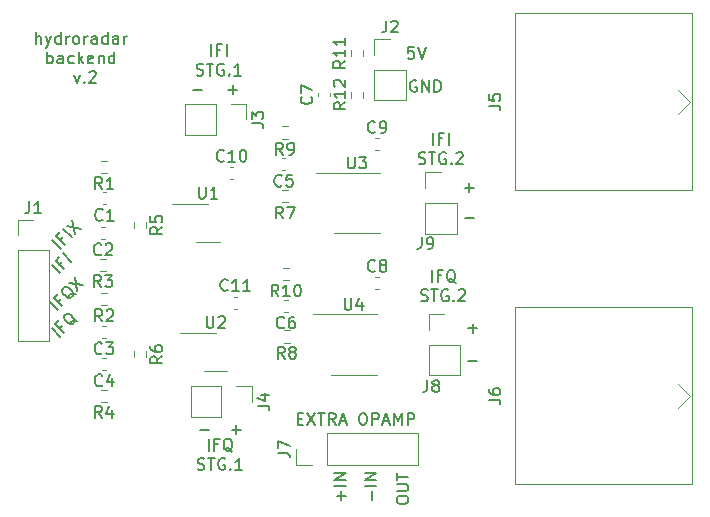
<source format=gbr>
%TF.GenerationSoftware,KiCad,Pcbnew,(5.1.12)-1*%
%TF.CreationDate,2021-12-10T12:11:04+01:00*%
%TF.ProjectId,standalone,7374616e-6461-46c6-9f6e-652e6b696361,rev?*%
%TF.SameCoordinates,Original*%
%TF.FileFunction,Legend,Top*%
%TF.FilePolarity,Positive*%
%FSLAX46Y46*%
G04 Gerber Fmt 4.6, Leading zero omitted, Abs format (unit mm)*
G04 Created by KiCad (PCBNEW (5.1.12)-1) date 2021-12-10 12:11:04*
%MOMM*%
%LPD*%
G01*
G04 APERTURE LIST*
%ADD10C,0.150000*%
%ADD11C,0.120000*%
G04 APERTURE END LIST*
D10*
X103833333Y-29802380D02*
X103833333Y-28802380D01*
X104261904Y-29802380D02*
X104261904Y-29278571D01*
X104214285Y-29183333D01*
X104119047Y-29135714D01*
X103976190Y-29135714D01*
X103880952Y-29183333D01*
X103833333Y-29230952D01*
X104642857Y-29135714D02*
X104880952Y-29802380D01*
X105119047Y-29135714D02*
X104880952Y-29802380D01*
X104785714Y-30040476D01*
X104738095Y-30088095D01*
X104642857Y-30135714D01*
X105928571Y-29802380D02*
X105928571Y-28802380D01*
X105928571Y-29754761D02*
X105833333Y-29802380D01*
X105642857Y-29802380D01*
X105547619Y-29754761D01*
X105500000Y-29707142D01*
X105452380Y-29611904D01*
X105452380Y-29326190D01*
X105500000Y-29230952D01*
X105547619Y-29183333D01*
X105642857Y-29135714D01*
X105833333Y-29135714D01*
X105928571Y-29183333D01*
X106404761Y-29802380D02*
X106404761Y-29135714D01*
X106404761Y-29326190D02*
X106452380Y-29230952D01*
X106500000Y-29183333D01*
X106595238Y-29135714D01*
X106690476Y-29135714D01*
X107166666Y-29802380D02*
X107071428Y-29754761D01*
X107023809Y-29707142D01*
X106976190Y-29611904D01*
X106976190Y-29326190D01*
X107023809Y-29230952D01*
X107071428Y-29183333D01*
X107166666Y-29135714D01*
X107309523Y-29135714D01*
X107404761Y-29183333D01*
X107452380Y-29230952D01*
X107500000Y-29326190D01*
X107500000Y-29611904D01*
X107452380Y-29707142D01*
X107404761Y-29754761D01*
X107309523Y-29802380D01*
X107166666Y-29802380D01*
X107928571Y-29802380D02*
X107928571Y-29135714D01*
X107928571Y-29326190D02*
X107976190Y-29230952D01*
X108023809Y-29183333D01*
X108119047Y-29135714D01*
X108214285Y-29135714D01*
X108976190Y-29802380D02*
X108976190Y-29278571D01*
X108928571Y-29183333D01*
X108833333Y-29135714D01*
X108642857Y-29135714D01*
X108547619Y-29183333D01*
X108976190Y-29754761D02*
X108880952Y-29802380D01*
X108642857Y-29802380D01*
X108547619Y-29754761D01*
X108500000Y-29659523D01*
X108500000Y-29564285D01*
X108547619Y-29469047D01*
X108642857Y-29421428D01*
X108880952Y-29421428D01*
X108976190Y-29373809D01*
X109880952Y-29802380D02*
X109880952Y-28802380D01*
X109880952Y-29754761D02*
X109785714Y-29802380D01*
X109595238Y-29802380D01*
X109500000Y-29754761D01*
X109452380Y-29707142D01*
X109404761Y-29611904D01*
X109404761Y-29326190D01*
X109452380Y-29230952D01*
X109500000Y-29183333D01*
X109595238Y-29135714D01*
X109785714Y-29135714D01*
X109880952Y-29183333D01*
X110785714Y-29802380D02*
X110785714Y-29278571D01*
X110738095Y-29183333D01*
X110642857Y-29135714D01*
X110452380Y-29135714D01*
X110357142Y-29183333D01*
X110785714Y-29754761D02*
X110690476Y-29802380D01*
X110452380Y-29802380D01*
X110357142Y-29754761D01*
X110309523Y-29659523D01*
X110309523Y-29564285D01*
X110357142Y-29469047D01*
X110452380Y-29421428D01*
X110690476Y-29421428D01*
X110785714Y-29373809D01*
X111261904Y-29802380D02*
X111261904Y-29135714D01*
X111261904Y-29326190D02*
X111309523Y-29230952D01*
X111357142Y-29183333D01*
X111452380Y-29135714D01*
X111547619Y-29135714D01*
X104785714Y-31452380D02*
X104785714Y-30452380D01*
X104785714Y-30833333D02*
X104880952Y-30785714D01*
X105071428Y-30785714D01*
X105166666Y-30833333D01*
X105214285Y-30880952D01*
X105261904Y-30976190D01*
X105261904Y-31261904D01*
X105214285Y-31357142D01*
X105166666Y-31404761D01*
X105071428Y-31452380D01*
X104880952Y-31452380D01*
X104785714Y-31404761D01*
X106119047Y-31452380D02*
X106119047Y-30928571D01*
X106071428Y-30833333D01*
X105976190Y-30785714D01*
X105785714Y-30785714D01*
X105690476Y-30833333D01*
X106119047Y-31404761D02*
X106023809Y-31452380D01*
X105785714Y-31452380D01*
X105690476Y-31404761D01*
X105642857Y-31309523D01*
X105642857Y-31214285D01*
X105690476Y-31119047D01*
X105785714Y-31071428D01*
X106023809Y-31071428D01*
X106119047Y-31023809D01*
X107023809Y-31404761D02*
X106928571Y-31452380D01*
X106738095Y-31452380D01*
X106642857Y-31404761D01*
X106595238Y-31357142D01*
X106547619Y-31261904D01*
X106547619Y-30976190D01*
X106595238Y-30880952D01*
X106642857Y-30833333D01*
X106738095Y-30785714D01*
X106928571Y-30785714D01*
X107023809Y-30833333D01*
X107452380Y-31452380D02*
X107452380Y-30452380D01*
X107547619Y-31071428D02*
X107833333Y-31452380D01*
X107833333Y-30785714D02*
X107452380Y-31166666D01*
X108642857Y-31404761D02*
X108547619Y-31452380D01*
X108357142Y-31452380D01*
X108261904Y-31404761D01*
X108214285Y-31309523D01*
X108214285Y-30928571D01*
X108261904Y-30833333D01*
X108357142Y-30785714D01*
X108547619Y-30785714D01*
X108642857Y-30833333D01*
X108690476Y-30928571D01*
X108690476Y-31023809D01*
X108214285Y-31119047D01*
X109119047Y-30785714D02*
X109119047Y-31452380D01*
X109119047Y-30880952D02*
X109166666Y-30833333D01*
X109261904Y-30785714D01*
X109404761Y-30785714D01*
X109500000Y-30833333D01*
X109547619Y-30928571D01*
X109547619Y-31452380D01*
X110452380Y-31452380D02*
X110452380Y-30452380D01*
X110452380Y-31404761D02*
X110357142Y-31452380D01*
X110166666Y-31452380D01*
X110071428Y-31404761D01*
X110023809Y-31357142D01*
X109976190Y-31261904D01*
X109976190Y-30976190D01*
X110023809Y-30880952D01*
X110071428Y-30833333D01*
X110166666Y-30785714D01*
X110357142Y-30785714D01*
X110452380Y-30833333D01*
X107047619Y-32435714D02*
X107285714Y-33102380D01*
X107523809Y-32435714D01*
X107904761Y-33007142D02*
X107952380Y-33054761D01*
X107904761Y-33102380D01*
X107857142Y-33054761D01*
X107904761Y-33007142D01*
X107904761Y-33102380D01*
X108333333Y-32197619D02*
X108380952Y-32150000D01*
X108476190Y-32102380D01*
X108714285Y-32102380D01*
X108809523Y-32150000D01*
X108857142Y-32197619D01*
X108904761Y-32292857D01*
X108904761Y-32388095D01*
X108857142Y-32530952D01*
X108285714Y-33102380D01*
X108904761Y-33102380D01*
X105846446Y-54593316D02*
X105139339Y-53886209D01*
X106048477Y-53650507D02*
X105812774Y-53886209D01*
X106183164Y-54256599D02*
X105476057Y-53549492D01*
X105812774Y-53212774D01*
X107328003Y-53246446D02*
X107226988Y-53280118D01*
X107092301Y-53280118D01*
X106890270Y-53280118D01*
X106789255Y-53313790D01*
X106721912Y-53381133D01*
X106923942Y-53515820D02*
X106822927Y-53549492D01*
X106688240Y-53549492D01*
X106519881Y-53448477D01*
X106284179Y-53212774D01*
X106183164Y-53044416D01*
X106183164Y-52909729D01*
X106216835Y-52808713D01*
X106351522Y-52674026D01*
X106452538Y-52640355D01*
X106587225Y-52640355D01*
X106755583Y-52741370D01*
X106991286Y-52977072D01*
X107092301Y-53145431D01*
X107092301Y-53280118D01*
X107058629Y-53381133D01*
X106923942Y-53515820D01*
X105709729Y-52330034D02*
X105002622Y-51622927D01*
X105911759Y-51387225D02*
X105676057Y-51622927D01*
X106046446Y-51993316D02*
X105339339Y-51286209D01*
X105676057Y-50949492D01*
X107191286Y-50983164D02*
X107090270Y-51016835D01*
X106955583Y-51016835D01*
X106753553Y-51016835D01*
X106652538Y-51050507D01*
X106585194Y-51117851D01*
X106787225Y-51252538D02*
X106686209Y-51286209D01*
X106551522Y-51286209D01*
X106383164Y-51185194D01*
X106147461Y-50949492D01*
X106046446Y-50781133D01*
X106046446Y-50646446D01*
X106080118Y-50545431D01*
X106214805Y-50410744D01*
X106315820Y-50377072D01*
X106450507Y-50377072D01*
X106618866Y-50478087D01*
X106854568Y-50713790D01*
X106955583Y-50882148D01*
X106955583Y-51016835D01*
X106921912Y-51117851D01*
X106787225Y-51252538D01*
X106618866Y-50006683D02*
X107797377Y-50242385D01*
X107090270Y-49535278D02*
X107325973Y-50713790D01*
X105848477Y-49191286D02*
X105141370Y-48484179D01*
X106050507Y-48248477D02*
X105814805Y-48484179D01*
X106185194Y-48854568D02*
X105478087Y-48147461D01*
X105814805Y-47810744D01*
X106791286Y-48248477D02*
X106084179Y-47541370D01*
X105911759Y-47128003D02*
X105204652Y-46420896D01*
X106113790Y-46185194D02*
X105878087Y-46420896D01*
X106248477Y-46791286D02*
X105541370Y-46084179D01*
X105878087Y-45747461D01*
X106854568Y-46185194D02*
X106147461Y-45478087D01*
X106416835Y-45208713D02*
X107595347Y-45444416D01*
X106888240Y-44737309D02*
X107123942Y-45915820D01*
X134352380Y-68500000D02*
X134352380Y-68309523D01*
X134400000Y-68214285D01*
X134495238Y-68119047D01*
X134685714Y-68071428D01*
X135019047Y-68071428D01*
X135209523Y-68119047D01*
X135304761Y-68214285D01*
X135352380Y-68309523D01*
X135352380Y-68500000D01*
X135304761Y-68595238D01*
X135209523Y-68690476D01*
X135019047Y-68738095D01*
X134685714Y-68738095D01*
X134495238Y-68690476D01*
X134400000Y-68595238D01*
X134352380Y-68500000D01*
X134352380Y-67642857D02*
X135161904Y-67642857D01*
X135257142Y-67595238D01*
X135304761Y-67547619D01*
X135352380Y-67452380D01*
X135352380Y-67261904D01*
X135304761Y-67166666D01*
X135257142Y-67119047D01*
X135161904Y-67071428D01*
X134352380Y-67071428D01*
X134352380Y-66738095D02*
X134352380Y-66166666D01*
X135352380Y-66452380D02*
X134352380Y-66452380D01*
X132271428Y-68442857D02*
X132271428Y-67680952D01*
X132652380Y-67204761D02*
X131652380Y-67204761D01*
X132652380Y-66728571D02*
X131652380Y-66728571D01*
X132652380Y-66157142D01*
X131652380Y-66157142D01*
X129671428Y-68442857D02*
X129671428Y-67680952D01*
X130052380Y-68061904D02*
X129290476Y-68061904D01*
X130052380Y-67204761D02*
X129052380Y-67204761D01*
X130052380Y-66728571D02*
X129052380Y-66728571D01*
X130052380Y-66157142D01*
X129052380Y-66157142D01*
X125995238Y-61528571D02*
X126328571Y-61528571D01*
X126471428Y-62052380D02*
X125995238Y-62052380D01*
X125995238Y-61052380D01*
X126471428Y-61052380D01*
X126804761Y-61052380D02*
X127471428Y-62052380D01*
X127471428Y-61052380D02*
X126804761Y-62052380D01*
X127709523Y-61052380D02*
X128280952Y-61052380D01*
X127995238Y-62052380D02*
X127995238Y-61052380D01*
X129185714Y-62052380D02*
X128852380Y-61576190D01*
X128614285Y-62052380D02*
X128614285Y-61052380D01*
X128995238Y-61052380D01*
X129090476Y-61100000D01*
X129138095Y-61147619D01*
X129185714Y-61242857D01*
X129185714Y-61385714D01*
X129138095Y-61480952D01*
X129090476Y-61528571D01*
X128995238Y-61576190D01*
X128614285Y-61576190D01*
X129566666Y-61766666D02*
X130042857Y-61766666D01*
X129471428Y-62052380D02*
X129804761Y-61052380D01*
X130138095Y-62052380D01*
X131423809Y-61052380D02*
X131614285Y-61052380D01*
X131709523Y-61100000D01*
X131804761Y-61195238D01*
X131852380Y-61385714D01*
X131852380Y-61719047D01*
X131804761Y-61909523D01*
X131709523Y-62004761D01*
X131614285Y-62052380D01*
X131423809Y-62052380D01*
X131328571Y-62004761D01*
X131233333Y-61909523D01*
X131185714Y-61719047D01*
X131185714Y-61385714D01*
X131233333Y-61195238D01*
X131328571Y-61100000D01*
X131423809Y-61052380D01*
X132280952Y-62052380D02*
X132280952Y-61052380D01*
X132661904Y-61052380D01*
X132757142Y-61100000D01*
X132804761Y-61147619D01*
X132852380Y-61242857D01*
X132852380Y-61385714D01*
X132804761Y-61480952D01*
X132757142Y-61528571D01*
X132661904Y-61576190D01*
X132280952Y-61576190D01*
X133233333Y-61766666D02*
X133709523Y-61766666D01*
X133138095Y-62052380D02*
X133471428Y-61052380D01*
X133804761Y-62052380D01*
X134138095Y-62052380D02*
X134138095Y-61052380D01*
X134471428Y-61766666D01*
X134804761Y-61052380D01*
X134804761Y-62052380D01*
X135280952Y-62052380D02*
X135280952Y-61052380D01*
X135661904Y-61052380D01*
X135757142Y-61100000D01*
X135804761Y-61147619D01*
X135852380Y-61242857D01*
X135852380Y-61385714D01*
X135804761Y-61480952D01*
X135757142Y-61528571D01*
X135661904Y-61576190D01*
X135280952Y-61576190D01*
X140119047Y-44571428D02*
X140880952Y-44571428D01*
X140119047Y-41971428D02*
X140880952Y-41971428D01*
X140500000Y-42352380D02*
X140500000Y-41590476D01*
X137433333Y-38327380D02*
X137433333Y-37327380D01*
X138242857Y-37803571D02*
X137909523Y-37803571D01*
X137909523Y-38327380D02*
X137909523Y-37327380D01*
X138385714Y-37327380D01*
X138766666Y-38327380D02*
X138766666Y-37327380D01*
X136219047Y-39929761D02*
X136361904Y-39977380D01*
X136600000Y-39977380D01*
X136695238Y-39929761D01*
X136742857Y-39882142D01*
X136790476Y-39786904D01*
X136790476Y-39691666D01*
X136742857Y-39596428D01*
X136695238Y-39548809D01*
X136600000Y-39501190D01*
X136409523Y-39453571D01*
X136314285Y-39405952D01*
X136266666Y-39358333D01*
X136219047Y-39263095D01*
X136219047Y-39167857D01*
X136266666Y-39072619D01*
X136314285Y-39025000D01*
X136409523Y-38977380D01*
X136647619Y-38977380D01*
X136790476Y-39025000D01*
X137076190Y-38977380D02*
X137647619Y-38977380D01*
X137361904Y-39977380D02*
X137361904Y-38977380D01*
X138504761Y-39025000D02*
X138409523Y-38977380D01*
X138266666Y-38977380D01*
X138123809Y-39025000D01*
X138028571Y-39120238D01*
X137980952Y-39215476D01*
X137933333Y-39405952D01*
X137933333Y-39548809D01*
X137980952Y-39739285D01*
X138028571Y-39834523D01*
X138123809Y-39929761D01*
X138266666Y-39977380D01*
X138361904Y-39977380D01*
X138504761Y-39929761D01*
X138552380Y-39882142D01*
X138552380Y-39548809D01*
X138361904Y-39548809D01*
X138980952Y-39882142D02*
X139028571Y-39929761D01*
X138980952Y-39977380D01*
X138933333Y-39929761D01*
X138980952Y-39882142D01*
X138980952Y-39977380D01*
X139409523Y-39072619D02*
X139457142Y-39025000D01*
X139552380Y-38977380D01*
X139790476Y-38977380D01*
X139885714Y-39025000D01*
X139933333Y-39072619D01*
X139980952Y-39167857D01*
X139980952Y-39263095D01*
X139933333Y-39405952D01*
X139361904Y-39977380D01*
X139980952Y-39977380D01*
X140419047Y-56671428D02*
X141180952Y-56671428D01*
X140419047Y-53871428D02*
X141180952Y-53871428D01*
X140800000Y-54252380D02*
X140800000Y-53490476D01*
X137347619Y-49927380D02*
X137347619Y-48927380D01*
X138157142Y-49403571D02*
X137823809Y-49403571D01*
X137823809Y-49927380D02*
X137823809Y-48927380D01*
X138300000Y-48927380D01*
X139347619Y-50022619D02*
X139252380Y-49975000D01*
X139157142Y-49879761D01*
X139014285Y-49736904D01*
X138919047Y-49689285D01*
X138823809Y-49689285D01*
X138871428Y-49927380D02*
X138776190Y-49879761D01*
X138680952Y-49784523D01*
X138633333Y-49594047D01*
X138633333Y-49260714D01*
X138680952Y-49070238D01*
X138776190Y-48975000D01*
X138871428Y-48927380D01*
X139061904Y-48927380D01*
X139157142Y-48975000D01*
X139252380Y-49070238D01*
X139300000Y-49260714D01*
X139300000Y-49594047D01*
X139252380Y-49784523D01*
X139157142Y-49879761D01*
X139061904Y-49927380D01*
X138871428Y-49927380D01*
X136419047Y-51529761D02*
X136561904Y-51577380D01*
X136800000Y-51577380D01*
X136895238Y-51529761D01*
X136942857Y-51482142D01*
X136990476Y-51386904D01*
X136990476Y-51291666D01*
X136942857Y-51196428D01*
X136895238Y-51148809D01*
X136800000Y-51101190D01*
X136609523Y-51053571D01*
X136514285Y-51005952D01*
X136466666Y-50958333D01*
X136419047Y-50863095D01*
X136419047Y-50767857D01*
X136466666Y-50672619D01*
X136514285Y-50625000D01*
X136609523Y-50577380D01*
X136847619Y-50577380D01*
X136990476Y-50625000D01*
X137276190Y-50577380D02*
X137847619Y-50577380D01*
X137561904Y-51577380D02*
X137561904Y-50577380D01*
X138704761Y-50625000D02*
X138609523Y-50577380D01*
X138466666Y-50577380D01*
X138323809Y-50625000D01*
X138228571Y-50720238D01*
X138180952Y-50815476D01*
X138133333Y-51005952D01*
X138133333Y-51148809D01*
X138180952Y-51339285D01*
X138228571Y-51434523D01*
X138323809Y-51529761D01*
X138466666Y-51577380D01*
X138561904Y-51577380D01*
X138704761Y-51529761D01*
X138752380Y-51482142D01*
X138752380Y-51148809D01*
X138561904Y-51148809D01*
X139180952Y-51482142D02*
X139228571Y-51529761D01*
X139180952Y-51577380D01*
X139133333Y-51529761D01*
X139180952Y-51482142D01*
X139180952Y-51577380D01*
X139609523Y-50672619D02*
X139657142Y-50625000D01*
X139752380Y-50577380D01*
X139990476Y-50577380D01*
X140085714Y-50625000D01*
X140133333Y-50672619D01*
X140180952Y-50767857D01*
X140180952Y-50863095D01*
X140133333Y-51005952D01*
X139561904Y-51577380D01*
X140180952Y-51577380D01*
X117719047Y-62471428D02*
X118480952Y-62471428D01*
X120419047Y-62471428D02*
X121180952Y-62471428D01*
X120800000Y-62852380D02*
X120800000Y-62090476D01*
X118447619Y-64227380D02*
X118447619Y-63227380D01*
X119257142Y-63703571D02*
X118923809Y-63703571D01*
X118923809Y-64227380D02*
X118923809Y-63227380D01*
X119400000Y-63227380D01*
X120447619Y-64322619D02*
X120352380Y-64275000D01*
X120257142Y-64179761D01*
X120114285Y-64036904D01*
X120019047Y-63989285D01*
X119923809Y-63989285D01*
X119971428Y-64227380D02*
X119876190Y-64179761D01*
X119780952Y-64084523D01*
X119733333Y-63894047D01*
X119733333Y-63560714D01*
X119780952Y-63370238D01*
X119876190Y-63275000D01*
X119971428Y-63227380D01*
X120161904Y-63227380D01*
X120257142Y-63275000D01*
X120352380Y-63370238D01*
X120400000Y-63560714D01*
X120400000Y-63894047D01*
X120352380Y-64084523D01*
X120257142Y-64179761D01*
X120161904Y-64227380D01*
X119971428Y-64227380D01*
X117519047Y-65829761D02*
X117661904Y-65877380D01*
X117900000Y-65877380D01*
X117995238Y-65829761D01*
X118042857Y-65782142D01*
X118090476Y-65686904D01*
X118090476Y-65591666D01*
X118042857Y-65496428D01*
X117995238Y-65448809D01*
X117900000Y-65401190D01*
X117709523Y-65353571D01*
X117614285Y-65305952D01*
X117566666Y-65258333D01*
X117519047Y-65163095D01*
X117519047Y-65067857D01*
X117566666Y-64972619D01*
X117614285Y-64925000D01*
X117709523Y-64877380D01*
X117947619Y-64877380D01*
X118090476Y-64925000D01*
X118376190Y-64877380D02*
X118947619Y-64877380D01*
X118661904Y-65877380D02*
X118661904Y-64877380D01*
X119804761Y-64925000D02*
X119709523Y-64877380D01*
X119566666Y-64877380D01*
X119423809Y-64925000D01*
X119328571Y-65020238D01*
X119280952Y-65115476D01*
X119233333Y-65305952D01*
X119233333Y-65448809D01*
X119280952Y-65639285D01*
X119328571Y-65734523D01*
X119423809Y-65829761D01*
X119566666Y-65877380D01*
X119661904Y-65877380D01*
X119804761Y-65829761D01*
X119852380Y-65782142D01*
X119852380Y-65448809D01*
X119661904Y-65448809D01*
X120280952Y-65782142D02*
X120328571Y-65829761D01*
X120280952Y-65877380D01*
X120233333Y-65829761D01*
X120280952Y-65782142D01*
X120280952Y-65877380D01*
X121280952Y-65877380D02*
X120709523Y-65877380D01*
X120995238Y-65877380D02*
X120995238Y-64877380D01*
X120900000Y-65020238D01*
X120804761Y-65115476D01*
X120709523Y-65163095D01*
X136038095Y-32900000D02*
X135942857Y-32852380D01*
X135800000Y-32852380D01*
X135657142Y-32900000D01*
X135561904Y-32995238D01*
X135514285Y-33090476D01*
X135466666Y-33280952D01*
X135466666Y-33423809D01*
X135514285Y-33614285D01*
X135561904Y-33709523D01*
X135657142Y-33804761D01*
X135800000Y-33852380D01*
X135895238Y-33852380D01*
X136038095Y-33804761D01*
X136085714Y-33757142D01*
X136085714Y-33423809D01*
X135895238Y-33423809D01*
X136514285Y-33852380D02*
X136514285Y-32852380D01*
X137085714Y-33852380D01*
X137085714Y-32852380D01*
X137561904Y-33852380D02*
X137561904Y-32852380D01*
X137800000Y-32852380D01*
X137942857Y-32900000D01*
X138038095Y-32995238D01*
X138085714Y-33090476D01*
X138133333Y-33280952D01*
X138133333Y-33423809D01*
X138085714Y-33614285D01*
X138038095Y-33709523D01*
X137942857Y-33804761D01*
X137800000Y-33852380D01*
X137561904Y-33852380D01*
X117119047Y-33671428D02*
X117880952Y-33671428D01*
X120119047Y-33671428D02*
X120880952Y-33671428D01*
X120500000Y-34052380D02*
X120500000Y-33290476D01*
X118633333Y-30827380D02*
X118633333Y-29827380D01*
X119442857Y-30303571D02*
X119109523Y-30303571D01*
X119109523Y-30827380D02*
X119109523Y-29827380D01*
X119585714Y-29827380D01*
X119966666Y-30827380D02*
X119966666Y-29827380D01*
X117419047Y-32429761D02*
X117561904Y-32477380D01*
X117800000Y-32477380D01*
X117895238Y-32429761D01*
X117942857Y-32382142D01*
X117990476Y-32286904D01*
X117990476Y-32191666D01*
X117942857Y-32096428D01*
X117895238Y-32048809D01*
X117800000Y-32001190D01*
X117609523Y-31953571D01*
X117514285Y-31905952D01*
X117466666Y-31858333D01*
X117419047Y-31763095D01*
X117419047Y-31667857D01*
X117466666Y-31572619D01*
X117514285Y-31525000D01*
X117609523Y-31477380D01*
X117847619Y-31477380D01*
X117990476Y-31525000D01*
X118276190Y-31477380D02*
X118847619Y-31477380D01*
X118561904Y-32477380D02*
X118561904Y-31477380D01*
X119704761Y-31525000D02*
X119609523Y-31477380D01*
X119466666Y-31477380D01*
X119323809Y-31525000D01*
X119228571Y-31620238D01*
X119180952Y-31715476D01*
X119133333Y-31905952D01*
X119133333Y-32048809D01*
X119180952Y-32239285D01*
X119228571Y-32334523D01*
X119323809Y-32429761D01*
X119466666Y-32477380D01*
X119561904Y-32477380D01*
X119704761Y-32429761D01*
X119752380Y-32382142D01*
X119752380Y-32048809D01*
X119561904Y-32048809D01*
X120180952Y-32382142D02*
X120228571Y-32429761D01*
X120180952Y-32477380D01*
X120133333Y-32429761D01*
X120180952Y-32382142D01*
X120180952Y-32477380D01*
X121180952Y-32477380D02*
X120609523Y-32477380D01*
X120895238Y-32477380D02*
X120895238Y-31477380D01*
X120800000Y-31620238D01*
X120704761Y-31715476D01*
X120609523Y-31763095D01*
X135809523Y-30052380D02*
X135333333Y-30052380D01*
X135285714Y-30528571D01*
X135333333Y-30480952D01*
X135428571Y-30433333D01*
X135666666Y-30433333D01*
X135761904Y-30480952D01*
X135809523Y-30528571D01*
X135857142Y-30623809D01*
X135857142Y-30861904D01*
X135809523Y-30957142D01*
X135761904Y-31004761D01*
X135666666Y-31052380D01*
X135428571Y-31052380D01*
X135333333Y-31004761D01*
X135285714Y-30957142D01*
X136142857Y-30052380D02*
X136476190Y-31052380D01*
X136809523Y-30052380D01*
D11*
%TO.C,J7*%
X125870000Y-65430000D02*
X125870000Y-64100000D01*
X127200000Y-65430000D02*
X125870000Y-65430000D01*
X128470000Y-65430000D02*
X128470000Y-62770000D01*
X128470000Y-62770000D02*
X136150000Y-62770000D01*
X128470000Y-65430000D02*
X136150000Y-65430000D01*
X136150000Y-65430000D02*
X136150000Y-62770000D01*
%TO.C,C11*%
X120553733Y-52210000D02*
X120846267Y-52210000D01*
X120553733Y-51190000D02*
X120846267Y-51190000D01*
%TO.C,C10*%
X120236533Y-41258200D02*
X120529067Y-41258200D01*
X120236533Y-40238200D02*
X120529067Y-40238200D01*
%TO.C,C9*%
X132553733Y-38810000D02*
X132846267Y-38810000D01*
X132553733Y-37790000D02*
X132846267Y-37790000D01*
%TO.C,C8*%
X132549133Y-50572800D02*
X132841667Y-50572800D01*
X132549133Y-49552800D02*
X132841667Y-49552800D01*
%TO.C,U4*%
X130714200Y-57829800D02*
X132664200Y-57829800D01*
X130714200Y-57829800D02*
X128764200Y-57829800D01*
X130714200Y-52709800D02*
X132664200Y-52709800D01*
X130714200Y-52709800D02*
X127264200Y-52709800D01*
%TO.C,U3*%
X130993600Y-45841000D02*
X132943600Y-45841000D01*
X130993600Y-45841000D02*
X129043600Y-45841000D01*
X130993600Y-40721000D02*
X132943600Y-40721000D01*
X130993600Y-40721000D02*
X127543600Y-40721000D01*
%TO.C,U2*%
X120030200Y-57524800D02*
X118030200Y-57524800D01*
X119030200Y-54284800D02*
X116030200Y-54284800D01*
%TO.C,U1*%
X119376200Y-46559200D02*
X117376200Y-46559200D01*
X118376200Y-43319200D02*
X115376200Y-43319200D01*
%TO.C,R12*%
X130477500Y-34354724D02*
X130477500Y-33845276D01*
X131522500Y-34354724D02*
X131522500Y-33845276D01*
%TO.C,R11*%
X130467300Y-30841324D02*
X130467300Y-30331876D01*
X131512300Y-30841324D02*
X131512300Y-30331876D01*
%TO.C,R10*%
X125254724Y-49822500D02*
X124745276Y-49822500D01*
X125254724Y-48777500D02*
X124745276Y-48777500D01*
%TO.C,R9*%
X125154724Y-37822500D02*
X124645276Y-37822500D01*
X125154724Y-36777500D02*
X124645276Y-36777500D01*
%TO.C,R8*%
X125296724Y-55085700D02*
X124787276Y-55085700D01*
X125296724Y-54040700D02*
X124787276Y-54040700D01*
%TO.C,R7*%
X125154724Y-43222500D02*
X124645276Y-43222500D01*
X125154724Y-42177500D02*
X124645276Y-42177500D01*
%TO.C,R6*%
X113151900Y-55827876D02*
X113151900Y-56337324D01*
X112106900Y-55827876D02*
X112106900Y-56337324D01*
%TO.C,R5*%
X113158300Y-44862276D02*
X113158300Y-45371724D01*
X112113300Y-44862276D02*
X112113300Y-45371724D01*
%TO.C,R4*%
X109818524Y-60110900D02*
X109309076Y-60110900D01*
X109818524Y-59065900D02*
X109309076Y-59065900D01*
%TO.C,R3*%
X109754724Y-49022500D02*
X109245276Y-49022500D01*
X109754724Y-47977500D02*
X109245276Y-47977500D01*
%TO.C,R2*%
X109854724Y-51922500D02*
X109345276Y-51922500D01*
X109854724Y-50877500D02*
X109345276Y-50877500D01*
%TO.C,R1*%
X109854724Y-40722500D02*
X109345276Y-40722500D01*
X109854724Y-39677500D02*
X109345276Y-39677500D01*
%TO.C,J9*%
X136770000Y-45870000D02*
X139430000Y-45870000D01*
X136770000Y-43270000D02*
X136770000Y-45870000D01*
X139430000Y-43270000D02*
X139430000Y-45870000D01*
X136770000Y-43270000D02*
X139430000Y-43270000D01*
X136770000Y-42000000D02*
X136770000Y-40670000D01*
X136770000Y-40670000D02*
X138100000Y-40670000D01*
%TO.C,J8*%
X137070000Y-57870000D02*
X139730000Y-57870000D01*
X137070000Y-55270000D02*
X137070000Y-57870000D01*
X139730000Y-55270000D02*
X139730000Y-57870000D01*
X137070000Y-55270000D02*
X139730000Y-55270000D01*
X137070000Y-54000000D02*
X137070000Y-52670000D01*
X137070000Y-52670000D02*
X138400000Y-52670000D01*
%TO.C,J6*%
X159400000Y-52100000D02*
X159400000Y-67100000D01*
X159400000Y-67100000D02*
X144400000Y-67100000D01*
X144400000Y-67100000D02*
X144400000Y-52100000D01*
X144400000Y-52100000D02*
X159400000Y-52100000D01*
X159200000Y-59600000D02*
X158200000Y-58600000D01*
X159200000Y-59600000D02*
X158200000Y-60600000D01*
%TO.C,J5*%
X159400000Y-27200000D02*
X159400000Y-42200000D01*
X159400000Y-42200000D02*
X144400000Y-42200000D01*
X144400000Y-42200000D02*
X144400000Y-27200000D01*
X144400000Y-27200000D02*
X159400000Y-27200000D01*
X159200000Y-34700000D02*
X158200000Y-33700000D01*
X159200000Y-34700000D02*
X158200000Y-35700000D01*
%TO.C,J4*%
X116930000Y-58770000D02*
X116930000Y-61430000D01*
X119530000Y-58770000D02*
X116930000Y-58770000D01*
X119530000Y-61430000D02*
X116930000Y-61430000D01*
X119530000Y-58770000D02*
X119530000Y-61430000D01*
X120800000Y-58770000D02*
X122130000Y-58770000D01*
X122130000Y-58770000D02*
X122130000Y-60100000D01*
%TO.C,J3*%
X116430000Y-34870000D02*
X116430000Y-37530000D01*
X119030000Y-34870000D02*
X116430000Y-34870000D01*
X119030000Y-37530000D02*
X116430000Y-37530000D01*
X119030000Y-34870000D02*
X119030000Y-37530000D01*
X120300000Y-34870000D02*
X121630000Y-34870000D01*
X121630000Y-34870000D02*
X121630000Y-36200000D01*
%TO.C,J2*%
X132470000Y-34570000D02*
X135130000Y-34570000D01*
X132470000Y-31970000D02*
X132470000Y-34570000D01*
X135130000Y-31970000D02*
X135130000Y-34570000D01*
X132470000Y-31970000D02*
X135130000Y-31970000D01*
X132470000Y-30700000D02*
X132470000Y-29370000D01*
X132470000Y-29370000D02*
X133800000Y-29370000D01*
%TO.C,J1*%
X102270000Y-54950000D02*
X104930000Y-54950000D01*
X102270000Y-47270000D02*
X102270000Y-54950000D01*
X104930000Y-47270000D02*
X104930000Y-54950000D01*
X102270000Y-47270000D02*
X104930000Y-47270000D01*
X102270000Y-46000000D02*
X102270000Y-44670000D01*
X102270000Y-44670000D02*
X103600000Y-44670000D01*
%TO.C,C7*%
X127690000Y-34246267D02*
X127690000Y-33953733D01*
X128710000Y-34246267D02*
X128710000Y-33953733D01*
%TO.C,C6*%
X125146267Y-52510000D02*
X124853733Y-52510000D01*
X125146267Y-51490000D02*
X124853733Y-51490000D01*
%TO.C,C5*%
X124946267Y-40510000D02*
X124653733Y-40510000D01*
X124946267Y-39490000D02*
X124653733Y-39490000D01*
%TO.C,C4*%
X109746267Y-57410000D02*
X109453733Y-57410000D01*
X109746267Y-56390000D02*
X109453733Y-56390000D01*
%TO.C,C3*%
X109731867Y-54702400D02*
X109439333Y-54702400D01*
X109731867Y-53682400D02*
X109439333Y-53682400D01*
%TO.C,C2*%
X109650667Y-46322600D02*
X109358133Y-46322600D01*
X109650667Y-45302600D02*
X109358133Y-45302600D01*
%TO.C,C1*%
X109774467Y-43396600D02*
X109481933Y-43396600D01*
X109774467Y-42376600D02*
X109481933Y-42376600D01*
%TO.C,J7*%
D10*
X124322380Y-64433333D02*
X125036666Y-64433333D01*
X125179523Y-64480952D01*
X125274761Y-64576190D01*
X125322380Y-64719047D01*
X125322380Y-64814285D01*
X124322380Y-64052380D02*
X124322380Y-63385714D01*
X125322380Y-63814285D01*
%TO.C,C11*%
X120057142Y-50627142D02*
X120009523Y-50674761D01*
X119866666Y-50722380D01*
X119771428Y-50722380D01*
X119628571Y-50674761D01*
X119533333Y-50579523D01*
X119485714Y-50484285D01*
X119438095Y-50293809D01*
X119438095Y-50150952D01*
X119485714Y-49960476D01*
X119533333Y-49865238D01*
X119628571Y-49770000D01*
X119771428Y-49722380D01*
X119866666Y-49722380D01*
X120009523Y-49770000D01*
X120057142Y-49817619D01*
X121009523Y-50722380D02*
X120438095Y-50722380D01*
X120723809Y-50722380D02*
X120723809Y-49722380D01*
X120628571Y-49865238D01*
X120533333Y-49960476D01*
X120438095Y-50008095D01*
X121961904Y-50722380D02*
X121390476Y-50722380D01*
X121676190Y-50722380D02*
X121676190Y-49722380D01*
X121580952Y-49865238D01*
X121485714Y-49960476D01*
X121390476Y-50008095D01*
%TO.C,C10*%
X119739942Y-39675342D02*
X119692323Y-39722961D01*
X119549466Y-39770580D01*
X119454228Y-39770580D01*
X119311371Y-39722961D01*
X119216133Y-39627723D01*
X119168514Y-39532485D01*
X119120895Y-39342009D01*
X119120895Y-39199152D01*
X119168514Y-39008676D01*
X119216133Y-38913438D01*
X119311371Y-38818200D01*
X119454228Y-38770580D01*
X119549466Y-38770580D01*
X119692323Y-38818200D01*
X119739942Y-38865819D01*
X120692323Y-39770580D02*
X120120895Y-39770580D01*
X120406609Y-39770580D02*
X120406609Y-38770580D01*
X120311371Y-38913438D01*
X120216133Y-39008676D01*
X120120895Y-39056295D01*
X121311371Y-38770580D02*
X121406609Y-38770580D01*
X121501847Y-38818200D01*
X121549466Y-38865819D01*
X121597085Y-38961057D01*
X121644704Y-39151533D01*
X121644704Y-39389628D01*
X121597085Y-39580104D01*
X121549466Y-39675342D01*
X121501847Y-39722961D01*
X121406609Y-39770580D01*
X121311371Y-39770580D01*
X121216133Y-39722961D01*
X121168514Y-39675342D01*
X121120895Y-39580104D01*
X121073276Y-39389628D01*
X121073276Y-39151533D01*
X121120895Y-38961057D01*
X121168514Y-38865819D01*
X121216133Y-38818200D01*
X121311371Y-38770580D01*
%TO.C,C9*%
X132533333Y-37227142D02*
X132485714Y-37274761D01*
X132342857Y-37322380D01*
X132247619Y-37322380D01*
X132104761Y-37274761D01*
X132009523Y-37179523D01*
X131961904Y-37084285D01*
X131914285Y-36893809D01*
X131914285Y-36750952D01*
X131961904Y-36560476D01*
X132009523Y-36465238D01*
X132104761Y-36370000D01*
X132247619Y-36322380D01*
X132342857Y-36322380D01*
X132485714Y-36370000D01*
X132533333Y-36417619D01*
X133009523Y-37322380D02*
X133200000Y-37322380D01*
X133295238Y-37274761D01*
X133342857Y-37227142D01*
X133438095Y-37084285D01*
X133485714Y-36893809D01*
X133485714Y-36512857D01*
X133438095Y-36417619D01*
X133390476Y-36370000D01*
X133295238Y-36322380D01*
X133104761Y-36322380D01*
X133009523Y-36370000D01*
X132961904Y-36417619D01*
X132914285Y-36512857D01*
X132914285Y-36750952D01*
X132961904Y-36846190D01*
X133009523Y-36893809D01*
X133104761Y-36941428D01*
X133295238Y-36941428D01*
X133390476Y-36893809D01*
X133438095Y-36846190D01*
X133485714Y-36750952D01*
%TO.C,C8*%
X132528733Y-48989942D02*
X132481114Y-49037561D01*
X132338257Y-49085180D01*
X132243019Y-49085180D01*
X132100161Y-49037561D01*
X132004923Y-48942323D01*
X131957304Y-48847085D01*
X131909685Y-48656609D01*
X131909685Y-48513752D01*
X131957304Y-48323276D01*
X132004923Y-48228038D01*
X132100161Y-48132800D01*
X132243019Y-48085180D01*
X132338257Y-48085180D01*
X132481114Y-48132800D01*
X132528733Y-48180419D01*
X133100161Y-48513752D02*
X133004923Y-48466133D01*
X132957304Y-48418514D01*
X132909685Y-48323276D01*
X132909685Y-48275657D01*
X132957304Y-48180419D01*
X133004923Y-48132800D01*
X133100161Y-48085180D01*
X133290638Y-48085180D01*
X133385876Y-48132800D01*
X133433495Y-48180419D01*
X133481114Y-48275657D01*
X133481114Y-48323276D01*
X133433495Y-48418514D01*
X133385876Y-48466133D01*
X133290638Y-48513752D01*
X133100161Y-48513752D01*
X133004923Y-48561371D01*
X132957304Y-48608990D01*
X132909685Y-48704228D01*
X132909685Y-48894704D01*
X132957304Y-48989942D01*
X133004923Y-49037561D01*
X133100161Y-49085180D01*
X133290638Y-49085180D01*
X133385876Y-49037561D01*
X133433495Y-48989942D01*
X133481114Y-48894704D01*
X133481114Y-48704228D01*
X133433495Y-48608990D01*
X133385876Y-48561371D01*
X133290638Y-48513752D01*
%TO.C,U4*%
X129952295Y-51322180D02*
X129952295Y-52131704D01*
X129999914Y-52226942D01*
X130047533Y-52274561D01*
X130142771Y-52322180D01*
X130333247Y-52322180D01*
X130428485Y-52274561D01*
X130476104Y-52226942D01*
X130523723Y-52131704D01*
X130523723Y-51322180D01*
X131428485Y-51655514D02*
X131428485Y-52322180D01*
X131190390Y-51274561D02*
X130952295Y-51988847D01*
X131571342Y-51988847D01*
%TO.C,U3*%
X130231695Y-39333380D02*
X130231695Y-40142904D01*
X130279314Y-40238142D01*
X130326933Y-40285761D01*
X130422171Y-40333380D01*
X130612647Y-40333380D01*
X130707885Y-40285761D01*
X130755504Y-40238142D01*
X130803123Y-40142904D01*
X130803123Y-39333380D01*
X131184076Y-39333380D02*
X131803123Y-39333380D01*
X131469790Y-39714333D01*
X131612647Y-39714333D01*
X131707885Y-39761952D01*
X131755504Y-39809571D01*
X131803123Y-39904809D01*
X131803123Y-40142904D01*
X131755504Y-40238142D01*
X131707885Y-40285761D01*
X131612647Y-40333380D01*
X131326933Y-40333380D01*
X131231695Y-40285761D01*
X131184076Y-40238142D01*
%TO.C,U2*%
X118268295Y-52857180D02*
X118268295Y-53666704D01*
X118315914Y-53761942D01*
X118363533Y-53809561D01*
X118458771Y-53857180D01*
X118649247Y-53857180D01*
X118744485Y-53809561D01*
X118792104Y-53761942D01*
X118839723Y-53666704D01*
X118839723Y-52857180D01*
X119268295Y-52952419D02*
X119315914Y-52904800D01*
X119411152Y-52857180D01*
X119649247Y-52857180D01*
X119744485Y-52904800D01*
X119792104Y-52952419D01*
X119839723Y-53047657D01*
X119839723Y-53142895D01*
X119792104Y-53285752D01*
X119220676Y-53857180D01*
X119839723Y-53857180D01*
%TO.C,U1*%
X117614295Y-41891580D02*
X117614295Y-42701104D01*
X117661914Y-42796342D01*
X117709533Y-42843961D01*
X117804771Y-42891580D01*
X117995247Y-42891580D01*
X118090485Y-42843961D01*
X118138104Y-42796342D01*
X118185723Y-42701104D01*
X118185723Y-41891580D01*
X119185723Y-42891580D02*
X118614295Y-42891580D01*
X118900009Y-42891580D02*
X118900009Y-41891580D01*
X118804771Y-42034438D01*
X118709533Y-42129676D01*
X118614295Y-42177295D01*
%TO.C,R12*%
X130022380Y-34742857D02*
X129546190Y-35076190D01*
X130022380Y-35314285D02*
X129022380Y-35314285D01*
X129022380Y-34933333D01*
X129070000Y-34838095D01*
X129117619Y-34790476D01*
X129212857Y-34742857D01*
X129355714Y-34742857D01*
X129450952Y-34790476D01*
X129498571Y-34838095D01*
X129546190Y-34933333D01*
X129546190Y-35314285D01*
X130022380Y-33790476D02*
X130022380Y-34361904D01*
X130022380Y-34076190D02*
X129022380Y-34076190D01*
X129165238Y-34171428D01*
X129260476Y-34266666D01*
X129308095Y-34361904D01*
X129117619Y-33409523D02*
X129070000Y-33361904D01*
X129022380Y-33266666D01*
X129022380Y-33028571D01*
X129070000Y-32933333D01*
X129117619Y-32885714D01*
X129212857Y-32838095D01*
X129308095Y-32838095D01*
X129450952Y-32885714D01*
X130022380Y-33457142D01*
X130022380Y-32838095D01*
%TO.C,R11*%
X130012180Y-31229457D02*
X129535990Y-31562790D01*
X130012180Y-31800885D02*
X129012180Y-31800885D01*
X129012180Y-31419933D01*
X129059800Y-31324695D01*
X129107419Y-31277076D01*
X129202657Y-31229457D01*
X129345514Y-31229457D01*
X129440752Y-31277076D01*
X129488371Y-31324695D01*
X129535990Y-31419933D01*
X129535990Y-31800885D01*
X130012180Y-30277076D02*
X130012180Y-30848504D01*
X130012180Y-30562790D02*
X129012180Y-30562790D01*
X129155038Y-30658028D01*
X129250276Y-30753266D01*
X129297895Y-30848504D01*
X130012180Y-29324695D02*
X130012180Y-29896123D01*
X130012180Y-29610409D02*
X129012180Y-29610409D01*
X129155038Y-29705647D01*
X129250276Y-29800885D01*
X129297895Y-29896123D01*
%TO.C,R10*%
X124357142Y-51182380D02*
X124023809Y-50706190D01*
X123785714Y-51182380D02*
X123785714Y-50182380D01*
X124166666Y-50182380D01*
X124261904Y-50230000D01*
X124309523Y-50277619D01*
X124357142Y-50372857D01*
X124357142Y-50515714D01*
X124309523Y-50610952D01*
X124261904Y-50658571D01*
X124166666Y-50706190D01*
X123785714Y-50706190D01*
X125309523Y-51182380D02*
X124738095Y-51182380D01*
X125023809Y-51182380D02*
X125023809Y-50182380D01*
X124928571Y-50325238D01*
X124833333Y-50420476D01*
X124738095Y-50468095D01*
X125928571Y-50182380D02*
X126023809Y-50182380D01*
X126119047Y-50230000D01*
X126166666Y-50277619D01*
X126214285Y-50372857D01*
X126261904Y-50563333D01*
X126261904Y-50801428D01*
X126214285Y-50991904D01*
X126166666Y-51087142D01*
X126119047Y-51134761D01*
X126023809Y-51182380D01*
X125928571Y-51182380D01*
X125833333Y-51134761D01*
X125785714Y-51087142D01*
X125738095Y-50991904D01*
X125690476Y-50801428D01*
X125690476Y-50563333D01*
X125738095Y-50372857D01*
X125785714Y-50277619D01*
X125833333Y-50230000D01*
X125928571Y-50182380D01*
%TO.C,R9*%
X124733333Y-39182380D02*
X124400000Y-38706190D01*
X124161904Y-39182380D02*
X124161904Y-38182380D01*
X124542857Y-38182380D01*
X124638095Y-38230000D01*
X124685714Y-38277619D01*
X124733333Y-38372857D01*
X124733333Y-38515714D01*
X124685714Y-38610952D01*
X124638095Y-38658571D01*
X124542857Y-38706190D01*
X124161904Y-38706190D01*
X125209523Y-39182380D02*
X125400000Y-39182380D01*
X125495238Y-39134761D01*
X125542857Y-39087142D01*
X125638095Y-38944285D01*
X125685714Y-38753809D01*
X125685714Y-38372857D01*
X125638095Y-38277619D01*
X125590476Y-38230000D01*
X125495238Y-38182380D01*
X125304761Y-38182380D01*
X125209523Y-38230000D01*
X125161904Y-38277619D01*
X125114285Y-38372857D01*
X125114285Y-38610952D01*
X125161904Y-38706190D01*
X125209523Y-38753809D01*
X125304761Y-38801428D01*
X125495238Y-38801428D01*
X125590476Y-38753809D01*
X125638095Y-38706190D01*
X125685714Y-38610952D01*
%TO.C,R8*%
X124875333Y-56445580D02*
X124542000Y-55969390D01*
X124303904Y-56445580D02*
X124303904Y-55445580D01*
X124684857Y-55445580D01*
X124780095Y-55493200D01*
X124827714Y-55540819D01*
X124875333Y-55636057D01*
X124875333Y-55778914D01*
X124827714Y-55874152D01*
X124780095Y-55921771D01*
X124684857Y-55969390D01*
X124303904Y-55969390D01*
X125446761Y-55874152D02*
X125351523Y-55826533D01*
X125303904Y-55778914D01*
X125256285Y-55683676D01*
X125256285Y-55636057D01*
X125303904Y-55540819D01*
X125351523Y-55493200D01*
X125446761Y-55445580D01*
X125637238Y-55445580D01*
X125732476Y-55493200D01*
X125780095Y-55540819D01*
X125827714Y-55636057D01*
X125827714Y-55683676D01*
X125780095Y-55778914D01*
X125732476Y-55826533D01*
X125637238Y-55874152D01*
X125446761Y-55874152D01*
X125351523Y-55921771D01*
X125303904Y-55969390D01*
X125256285Y-56064628D01*
X125256285Y-56255104D01*
X125303904Y-56350342D01*
X125351523Y-56397961D01*
X125446761Y-56445580D01*
X125637238Y-56445580D01*
X125732476Y-56397961D01*
X125780095Y-56350342D01*
X125827714Y-56255104D01*
X125827714Y-56064628D01*
X125780095Y-55969390D01*
X125732476Y-55921771D01*
X125637238Y-55874152D01*
%TO.C,R7*%
X124733333Y-44582380D02*
X124400000Y-44106190D01*
X124161904Y-44582380D02*
X124161904Y-43582380D01*
X124542857Y-43582380D01*
X124638095Y-43630000D01*
X124685714Y-43677619D01*
X124733333Y-43772857D01*
X124733333Y-43915714D01*
X124685714Y-44010952D01*
X124638095Y-44058571D01*
X124542857Y-44106190D01*
X124161904Y-44106190D01*
X125066666Y-43582380D02*
X125733333Y-43582380D01*
X125304761Y-44582380D01*
%TO.C,R6*%
X114511780Y-56249266D02*
X114035590Y-56582600D01*
X114511780Y-56820695D02*
X113511780Y-56820695D01*
X113511780Y-56439742D01*
X113559400Y-56344504D01*
X113607019Y-56296885D01*
X113702257Y-56249266D01*
X113845114Y-56249266D01*
X113940352Y-56296885D01*
X113987971Y-56344504D01*
X114035590Y-56439742D01*
X114035590Y-56820695D01*
X113511780Y-55392123D02*
X113511780Y-55582600D01*
X113559400Y-55677838D01*
X113607019Y-55725457D01*
X113749876Y-55820695D01*
X113940352Y-55868314D01*
X114321304Y-55868314D01*
X114416542Y-55820695D01*
X114464161Y-55773076D01*
X114511780Y-55677838D01*
X114511780Y-55487361D01*
X114464161Y-55392123D01*
X114416542Y-55344504D01*
X114321304Y-55296885D01*
X114083209Y-55296885D01*
X113987971Y-55344504D01*
X113940352Y-55392123D01*
X113892733Y-55487361D01*
X113892733Y-55677838D01*
X113940352Y-55773076D01*
X113987971Y-55820695D01*
X114083209Y-55868314D01*
%TO.C,R5*%
X114518180Y-45283666D02*
X114041990Y-45617000D01*
X114518180Y-45855095D02*
X113518180Y-45855095D01*
X113518180Y-45474142D01*
X113565800Y-45378904D01*
X113613419Y-45331285D01*
X113708657Y-45283666D01*
X113851514Y-45283666D01*
X113946752Y-45331285D01*
X113994371Y-45378904D01*
X114041990Y-45474142D01*
X114041990Y-45855095D01*
X113518180Y-44378904D02*
X113518180Y-44855095D01*
X113994371Y-44902714D01*
X113946752Y-44855095D01*
X113899133Y-44759857D01*
X113899133Y-44521761D01*
X113946752Y-44426523D01*
X113994371Y-44378904D01*
X114089609Y-44331285D01*
X114327704Y-44331285D01*
X114422942Y-44378904D01*
X114470561Y-44426523D01*
X114518180Y-44521761D01*
X114518180Y-44759857D01*
X114470561Y-44855095D01*
X114422942Y-44902714D01*
%TO.C,R4*%
X109397133Y-61470780D02*
X109063800Y-60994590D01*
X108825704Y-61470780D02*
X108825704Y-60470780D01*
X109206657Y-60470780D01*
X109301895Y-60518400D01*
X109349514Y-60566019D01*
X109397133Y-60661257D01*
X109397133Y-60804114D01*
X109349514Y-60899352D01*
X109301895Y-60946971D01*
X109206657Y-60994590D01*
X108825704Y-60994590D01*
X110254276Y-60804114D02*
X110254276Y-61470780D01*
X110016180Y-60423161D02*
X109778085Y-61137447D01*
X110397133Y-61137447D01*
%TO.C,R3*%
X109333333Y-50382380D02*
X109000000Y-49906190D01*
X108761904Y-50382380D02*
X108761904Y-49382380D01*
X109142857Y-49382380D01*
X109238095Y-49430000D01*
X109285714Y-49477619D01*
X109333333Y-49572857D01*
X109333333Y-49715714D01*
X109285714Y-49810952D01*
X109238095Y-49858571D01*
X109142857Y-49906190D01*
X108761904Y-49906190D01*
X109666666Y-49382380D02*
X110285714Y-49382380D01*
X109952380Y-49763333D01*
X110095238Y-49763333D01*
X110190476Y-49810952D01*
X110238095Y-49858571D01*
X110285714Y-49953809D01*
X110285714Y-50191904D01*
X110238095Y-50287142D01*
X110190476Y-50334761D01*
X110095238Y-50382380D01*
X109809523Y-50382380D01*
X109714285Y-50334761D01*
X109666666Y-50287142D01*
%TO.C,R2*%
X109433333Y-53282380D02*
X109100000Y-52806190D01*
X108861904Y-53282380D02*
X108861904Y-52282380D01*
X109242857Y-52282380D01*
X109338095Y-52330000D01*
X109385714Y-52377619D01*
X109433333Y-52472857D01*
X109433333Y-52615714D01*
X109385714Y-52710952D01*
X109338095Y-52758571D01*
X109242857Y-52806190D01*
X108861904Y-52806190D01*
X109814285Y-52377619D02*
X109861904Y-52330000D01*
X109957142Y-52282380D01*
X110195238Y-52282380D01*
X110290476Y-52330000D01*
X110338095Y-52377619D01*
X110385714Y-52472857D01*
X110385714Y-52568095D01*
X110338095Y-52710952D01*
X109766666Y-53282380D01*
X110385714Y-53282380D01*
%TO.C,R1*%
X109433333Y-42082380D02*
X109100000Y-41606190D01*
X108861904Y-42082380D02*
X108861904Y-41082380D01*
X109242857Y-41082380D01*
X109338095Y-41130000D01*
X109385714Y-41177619D01*
X109433333Y-41272857D01*
X109433333Y-41415714D01*
X109385714Y-41510952D01*
X109338095Y-41558571D01*
X109242857Y-41606190D01*
X108861904Y-41606190D01*
X110385714Y-42082380D02*
X109814285Y-42082380D01*
X110100000Y-42082380D02*
X110100000Y-41082380D01*
X110004761Y-41225238D01*
X109909523Y-41320476D01*
X109814285Y-41368095D01*
%TO.C,J9*%
X136466666Y-46152380D02*
X136466666Y-46866666D01*
X136419047Y-47009523D01*
X136323809Y-47104761D01*
X136180952Y-47152380D01*
X136085714Y-47152380D01*
X136990476Y-47152380D02*
X137180952Y-47152380D01*
X137276190Y-47104761D01*
X137323809Y-47057142D01*
X137419047Y-46914285D01*
X137466666Y-46723809D01*
X137466666Y-46342857D01*
X137419047Y-46247619D01*
X137371428Y-46200000D01*
X137276190Y-46152380D01*
X137085714Y-46152380D01*
X136990476Y-46200000D01*
X136942857Y-46247619D01*
X136895238Y-46342857D01*
X136895238Y-46580952D01*
X136942857Y-46676190D01*
X136990476Y-46723809D01*
X137085714Y-46771428D01*
X137276190Y-46771428D01*
X137371428Y-46723809D01*
X137419047Y-46676190D01*
X137466666Y-46580952D01*
%TO.C,J8*%
X136966666Y-58252380D02*
X136966666Y-58966666D01*
X136919047Y-59109523D01*
X136823809Y-59204761D01*
X136680952Y-59252380D01*
X136585714Y-59252380D01*
X137585714Y-58680952D02*
X137490476Y-58633333D01*
X137442857Y-58585714D01*
X137395238Y-58490476D01*
X137395238Y-58442857D01*
X137442857Y-58347619D01*
X137490476Y-58300000D01*
X137585714Y-58252380D01*
X137776190Y-58252380D01*
X137871428Y-58300000D01*
X137919047Y-58347619D01*
X137966666Y-58442857D01*
X137966666Y-58490476D01*
X137919047Y-58585714D01*
X137871428Y-58633333D01*
X137776190Y-58680952D01*
X137585714Y-58680952D01*
X137490476Y-58728571D01*
X137442857Y-58776190D01*
X137395238Y-58871428D01*
X137395238Y-59061904D01*
X137442857Y-59157142D01*
X137490476Y-59204761D01*
X137585714Y-59252380D01*
X137776190Y-59252380D01*
X137871428Y-59204761D01*
X137919047Y-59157142D01*
X137966666Y-59061904D01*
X137966666Y-58871428D01*
X137919047Y-58776190D01*
X137871428Y-58728571D01*
X137776190Y-58680952D01*
%TO.C,J6*%
X142152380Y-59933333D02*
X142866666Y-59933333D01*
X143009523Y-59980952D01*
X143104761Y-60076190D01*
X143152380Y-60219047D01*
X143152380Y-60314285D01*
X142152380Y-59028571D02*
X142152380Y-59219047D01*
X142200000Y-59314285D01*
X142247619Y-59361904D01*
X142390476Y-59457142D01*
X142580952Y-59504761D01*
X142961904Y-59504761D01*
X143057142Y-59457142D01*
X143104761Y-59409523D01*
X143152380Y-59314285D01*
X143152380Y-59123809D01*
X143104761Y-59028571D01*
X143057142Y-58980952D01*
X142961904Y-58933333D01*
X142723809Y-58933333D01*
X142628571Y-58980952D01*
X142580952Y-59028571D01*
X142533333Y-59123809D01*
X142533333Y-59314285D01*
X142580952Y-59409523D01*
X142628571Y-59457142D01*
X142723809Y-59504761D01*
%TO.C,J5*%
X142152380Y-35033333D02*
X142866666Y-35033333D01*
X143009523Y-35080952D01*
X143104761Y-35176190D01*
X143152380Y-35319047D01*
X143152380Y-35414285D01*
X142152380Y-34080952D02*
X142152380Y-34557142D01*
X142628571Y-34604761D01*
X142580952Y-34557142D01*
X142533333Y-34461904D01*
X142533333Y-34223809D01*
X142580952Y-34128571D01*
X142628571Y-34080952D01*
X142723809Y-34033333D01*
X142961904Y-34033333D01*
X143057142Y-34080952D01*
X143104761Y-34128571D01*
X143152380Y-34223809D01*
X143152380Y-34461904D01*
X143104761Y-34557142D01*
X143057142Y-34604761D01*
%TO.C,J4*%
X122582380Y-60433333D02*
X123296666Y-60433333D01*
X123439523Y-60480952D01*
X123534761Y-60576190D01*
X123582380Y-60719047D01*
X123582380Y-60814285D01*
X122915714Y-59528571D02*
X123582380Y-59528571D01*
X122534761Y-59766666D02*
X123249047Y-60004761D01*
X123249047Y-59385714D01*
%TO.C,J3*%
X122082380Y-36533333D02*
X122796666Y-36533333D01*
X122939523Y-36580952D01*
X123034761Y-36676190D01*
X123082380Y-36819047D01*
X123082380Y-36914285D01*
X122082380Y-36152380D02*
X122082380Y-35533333D01*
X122463333Y-35866666D01*
X122463333Y-35723809D01*
X122510952Y-35628571D01*
X122558571Y-35580952D01*
X122653809Y-35533333D01*
X122891904Y-35533333D01*
X122987142Y-35580952D01*
X123034761Y-35628571D01*
X123082380Y-35723809D01*
X123082380Y-36009523D01*
X123034761Y-36104761D01*
X122987142Y-36152380D01*
%TO.C,J2*%
X133466666Y-27822380D02*
X133466666Y-28536666D01*
X133419047Y-28679523D01*
X133323809Y-28774761D01*
X133180952Y-28822380D01*
X133085714Y-28822380D01*
X133895238Y-27917619D02*
X133942857Y-27870000D01*
X134038095Y-27822380D01*
X134276190Y-27822380D01*
X134371428Y-27870000D01*
X134419047Y-27917619D01*
X134466666Y-28012857D01*
X134466666Y-28108095D01*
X134419047Y-28250952D01*
X133847619Y-28822380D01*
X134466666Y-28822380D01*
%TO.C,J1*%
X103266666Y-43122380D02*
X103266666Y-43836666D01*
X103219047Y-43979523D01*
X103123809Y-44074761D01*
X102980952Y-44122380D01*
X102885714Y-44122380D01*
X104266666Y-44122380D02*
X103695238Y-44122380D01*
X103980952Y-44122380D02*
X103980952Y-43122380D01*
X103885714Y-43265238D01*
X103790476Y-43360476D01*
X103695238Y-43408095D01*
%TO.C,C7*%
X127127142Y-34266666D02*
X127174761Y-34314285D01*
X127222380Y-34457142D01*
X127222380Y-34552380D01*
X127174761Y-34695238D01*
X127079523Y-34790476D01*
X126984285Y-34838095D01*
X126793809Y-34885714D01*
X126650952Y-34885714D01*
X126460476Y-34838095D01*
X126365238Y-34790476D01*
X126270000Y-34695238D01*
X126222380Y-34552380D01*
X126222380Y-34457142D01*
X126270000Y-34314285D01*
X126317619Y-34266666D01*
X126222380Y-33933333D02*
X126222380Y-33266666D01*
X127222380Y-33695238D01*
%TO.C,C6*%
X124833333Y-53787142D02*
X124785714Y-53834761D01*
X124642857Y-53882380D01*
X124547619Y-53882380D01*
X124404761Y-53834761D01*
X124309523Y-53739523D01*
X124261904Y-53644285D01*
X124214285Y-53453809D01*
X124214285Y-53310952D01*
X124261904Y-53120476D01*
X124309523Y-53025238D01*
X124404761Y-52930000D01*
X124547619Y-52882380D01*
X124642857Y-52882380D01*
X124785714Y-52930000D01*
X124833333Y-52977619D01*
X125690476Y-52882380D02*
X125500000Y-52882380D01*
X125404761Y-52930000D01*
X125357142Y-52977619D01*
X125261904Y-53120476D01*
X125214285Y-53310952D01*
X125214285Y-53691904D01*
X125261904Y-53787142D01*
X125309523Y-53834761D01*
X125404761Y-53882380D01*
X125595238Y-53882380D01*
X125690476Y-53834761D01*
X125738095Y-53787142D01*
X125785714Y-53691904D01*
X125785714Y-53453809D01*
X125738095Y-53358571D01*
X125690476Y-53310952D01*
X125595238Y-53263333D01*
X125404761Y-53263333D01*
X125309523Y-53310952D01*
X125261904Y-53358571D01*
X125214285Y-53453809D01*
%TO.C,C5*%
X124633333Y-41787142D02*
X124585714Y-41834761D01*
X124442857Y-41882380D01*
X124347619Y-41882380D01*
X124204761Y-41834761D01*
X124109523Y-41739523D01*
X124061904Y-41644285D01*
X124014285Y-41453809D01*
X124014285Y-41310952D01*
X124061904Y-41120476D01*
X124109523Y-41025238D01*
X124204761Y-40930000D01*
X124347619Y-40882380D01*
X124442857Y-40882380D01*
X124585714Y-40930000D01*
X124633333Y-40977619D01*
X125538095Y-40882380D02*
X125061904Y-40882380D01*
X125014285Y-41358571D01*
X125061904Y-41310952D01*
X125157142Y-41263333D01*
X125395238Y-41263333D01*
X125490476Y-41310952D01*
X125538095Y-41358571D01*
X125585714Y-41453809D01*
X125585714Y-41691904D01*
X125538095Y-41787142D01*
X125490476Y-41834761D01*
X125395238Y-41882380D01*
X125157142Y-41882380D01*
X125061904Y-41834761D01*
X125014285Y-41787142D01*
%TO.C,C4*%
X109433333Y-58687142D02*
X109385714Y-58734761D01*
X109242857Y-58782380D01*
X109147619Y-58782380D01*
X109004761Y-58734761D01*
X108909523Y-58639523D01*
X108861904Y-58544285D01*
X108814285Y-58353809D01*
X108814285Y-58210952D01*
X108861904Y-58020476D01*
X108909523Y-57925238D01*
X109004761Y-57830000D01*
X109147619Y-57782380D01*
X109242857Y-57782380D01*
X109385714Y-57830000D01*
X109433333Y-57877619D01*
X110290476Y-58115714D02*
X110290476Y-58782380D01*
X110052380Y-57734761D02*
X109814285Y-58449047D01*
X110433333Y-58449047D01*
%TO.C,C3*%
X109418933Y-55979542D02*
X109371314Y-56027161D01*
X109228457Y-56074780D01*
X109133219Y-56074780D01*
X108990361Y-56027161D01*
X108895123Y-55931923D01*
X108847504Y-55836685D01*
X108799885Y-55646209D01*
X108799885Y-55503352D01*
X108847504Y-55312876D01*
X108895123Y-55217638D01*
X108990361Y-55122400D01*
X109133219Y-55074780D01*
X109228457Y-55074780D01*
X109371314Y-55122400D01*
X109418933Y-55170019D01*
X109752266Y-55074780D02*
X110371314Y-55074780D01*
X110037980Y-55455733D01*
X110180838Y-55455733D01*
X110276076Y-55503352D01*
X110323695Y-55550971D01*
X110371314Y-55646209D01*
X110371314Y-55884304D01*
X110323695Y-55979542D01*
X110276076Y-56027161D01*
X110180838Y-56074780D01*
X109895123Y-56074780D01*
X109799885Y-56027161D01*
X109752266Y-55979542D01*
%TO.C,C2*%
X109337733Y-47599742D02*
X109290114Y-47647361D01*
X109147257Y-47694980D01*
X109052019Y-47694980D01*
X108909161Y-47647361D01*
X108813923Y-47552123D01*
X108766304Y-47456885D01*
X108718685Y-47266409D01*
X108718685Y-47123552D01*
X108766304Y-46933076D01*
X108813923Y-46837838D01*
X108909161Y-46742600D01*
X109052019Y-46694980D01*
X109147257Y-46694980D01*
X109290114Y-46742600D01*
X109337733Y-46790219D01*
X109718685Y-46790219D02*
X109766304Y-46742600D01*
X109861542Y-46694980D01*
X110099638Y-46694980D01*
X110194876Y-46742600D01*
X110242495Y-46790219D01*
X110290114Y-46885457D01*
X110290114Y-46980695D01*
X110242495Y-47123552D01*
X109671066Y-47694980D01*
X110290114Y-47694980D01*
%TO.C,C1*%
X109461533Y-44673742D02*
X109413914Y-44721361D01*
X109271057Y-44768980D01*
X109175819Y-44768980D01*
X109032961Y-44721361D01*
X108937723Y-44626123D01*
X108890104Y-44530885D01*
X108842485Y-44340409D01*
X108842485Y-44197552D01*
X108890104Y-44007076D01*
X108937723Y-43911838D01*
X109032961Y-43816600D01*
X109175819Y-43768980D01*
X109271057Y-43768980D01*
X109413914Y-43816600D01*
X109461533Y-43864219D01*
X110413914Y-44768980D02*
X109842485Y-44768980D01*
X110128200Y-44768980D02*
X110128200Y-43768980D01*
X110032961Y-43911838D01*
X109937723Y-44007076D01*
X109842485Y-44054695D01*
%TD*%
M02*

</source>
